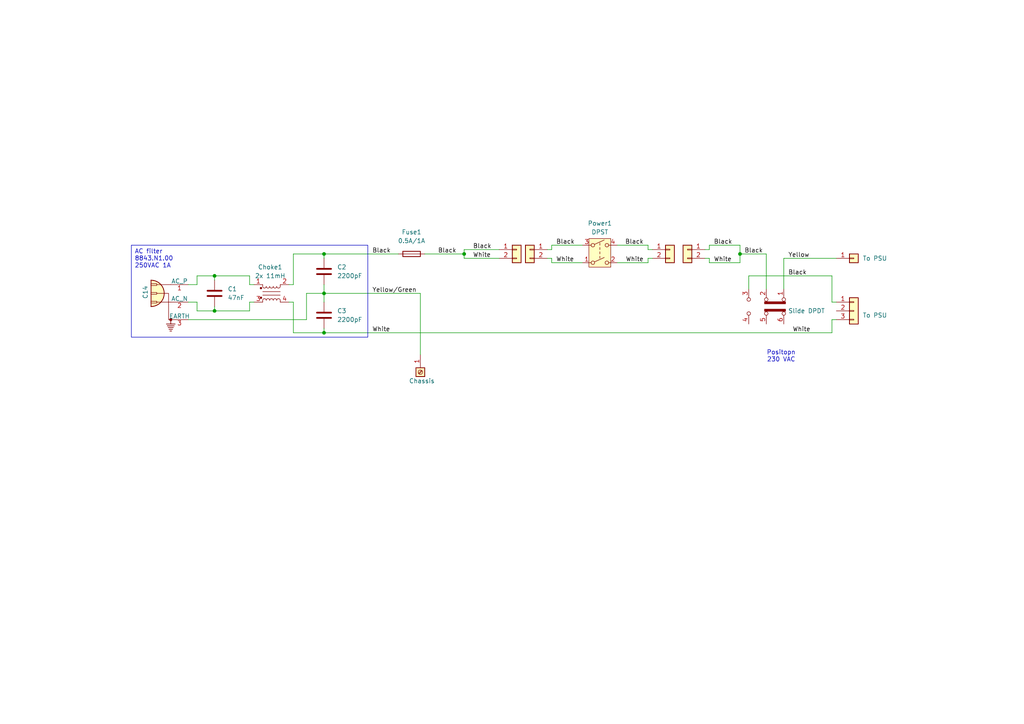
<source format=kicad_sch>
(kicad_sch (version 20231120) (generator "eeschema") (generator_version "8.0")
  (paper "A4")
  (title_block (company "JDat aka YL3AKC"))
  (lib_symbols
    (symbol "Connector:Conn_WallSocket_Earth" (pin_names (offset 0))
      (property "Reference" "J" (at 3.81 6.985 0))
      (property "Value" "Conn_WallSocket_Earth" (at 7.62 2.54 90))
      (symbol "Conn_WallSocket_Earth_0_1"
        (circle (center 0 -5.08) (radius 0.3556) (fill (type outline)))
        (polyline (pts (xy -1.27 -6.35) (xy 1.27 -6.35)) (stroke (width 0.2032)))
        (polyline (pts (xy 0 -5.08) (xy 0 -6.35)) (stroke (width 0.2032)))
        (polyline (pts (xy 0.254 -8.382) (xy -0.254 -8.382)) (stroke (width 0.2032)))
        (polyline (pts (xy 0.508 -7.874) (xy -0.508 -7.874)) (stroke (width 0.2032)))
        (polyline (pts (xy 0.762 -7.366) (xy -0.762 -7.366)) (stroke (width 0.2032)))
        (polyline (pts (xy 1.016 -6.858) (xy -1.016 -6.858)) (stroke (width 0.2032)))
        (polyline (pts (xy 4.064 0) (xy 0 0)))
        (polyline (pts (xy 4.064 5.08) (xy 0 5.08)))
        (polyline (pts (xy 5.715 -1.27) (xy 5.715 6.35)) (stroke (width 0.254)))
        (polyline (pts (xy 0 -5.08) (xy 0.635 -5.08) (xy 0.635 2.54) (xy 4.064 2.54)))
        (rectangle (start 5.715 -0.254) (end 4.064 0.254))
        (rectangle (start 5.715 2.286) (end 4.064 2.794))
        (rectangle (start 5.715 4.826) (end 4.064 5.334))
        (arc (start 5.715 6.35) (mid 1.9216 2.54) (end 5.715 -1.27) (stroke (width 0.254)) (fill (type background)))
      )
      (symbol "Conn_WallSocket_Earth_1_1"
        (pin power_in line (at -5.08 5.08 0) (length 5.08) (name "AC_P") (number "1"))
        (pin power_in line (at -5.08 0 0) (length 5.08) (name "AC_N") (number "2"))
        (pin passive line (at -5.08 -5.08 0) (length 5.08) (name "EARTH") (number "3"))
      )
    )
    (symbol "Connector:Screw_Terminal_01x01" (pin_names (offset 1.016) hide)
      (property "Reference" "J" (at 0 2.54 0))
      (property "Value" "Screw_Terminal_01x01" (at 0 -2.54 0))
      (symbol "Screw_Terminal_01x01_1_1"
        (rectangle (start -1.27 1.27) (end 1.27 -1.27) (stroke (width 0.254)) (fill (type background)))
        (polyline (pts (xy -0.5334 0.3302) (xy 0.3302 -0.508)) (stroke (width 0.1524)))
        (polyline (pts (xy -0.3556 0.508) (xy 0.508 -0.3302)) (stroke (width 0.1524)))
        (circle (center 0 0) (radius 0.635) (stroke (width 0.1524)))
        (pin passive line (at -5.08 0 0) (length 3.81) (name "Pin_1") (number "1"))
      )
    )
    (symbol "Connector_Generic:Conn_01x01" (pin_names (offset 1.016) hide)
      (property "Reference" "J" (at 0 2.54 0))
      (property "Value" "Conn_01x01" (at 0 -2.54 0))
      (symbol "Conn_01x01_1_1"
        (rectangle (start -1.27 0.127) (end 0 -0.127) (stroke (width 0.1524)))
        (rectangle (start -1.27 1.27) (end 1.27 -1.27) (stroke (width 0.254)) (fill (type background)))
        (pin passive line (at -5.08 0 0) (length 3.81) (name "Pin_1") (number "1"))
      )
    )
    (symbol "Connector_Generic:Conn_01x02" (pin_names (offset 1.016) hide)
      (property "Reference" "J" (at 0 2.54 0))
      (property "Value" "Conn_01x02" (at 0 -5.08 0))
      (symbol "Conn_01x02_1_1"
        (rectangle (start -1.27 -2.413) (end 0 -2.667) (stroke (width 0.1524)))
        (rectangle (start -1.27 0.127) (end 0 -0.127) (stroke (width 0.1524)))
        (rectangle (start -1.27 1.27) (end 1.27 -3.81) (stroke (width 0.254)) (fill (type background)))
        (pin passive line (at -5.08 0 0) (length 3.81) (name "Pin_1") (number "1"))
        (pin passive line (at -5.08 -2.54 0) (length 3.81) (name "Pin_2") (number "2"))
      )
    )
    (symbol "Connector_Generic:Conn_01x03" (pin_names (offset 1.016) hide)
      (property "Reference" "J" (at 0 5.08 0))
      (property "Value" "Conn_01x03" (at 0 -5.08 0))
      (symbol "Conn_01x03_1_1"
        (rectangle (start -1.27 -2.413) (end 0 -2.667) (stroke (width 0.1524)))
        (rectangle (start -1.27 0.127) (end 0 -0.127) (stroke (width 0.1524)))
        (rectangle (start -1.27 2.667) (end 0 2.413) (stroke (width 0.1524)))
        (rectangle (start -1.27 3.81) (end 1.27 -3.81) (stroke (width 0.254)) (fill (type background)))
        (pin passive line (at -5.08 2.54 0) (length 3.81) (name "Pin_1") (number "1"))
        (pin passive line (at -5.08 0 0) (length 3.81) (name "Pin_2") (number "2"))
        (pin passive line (at -5.08 -2.54 0) (length 3.81) (name "Pin_3") (number "3"))
      )
    )
    (symbol "Device:C" (pin_numbers hide) (pin_names (offset 0.254))
      (property "Reference" "C" (at 0.635 2.54 0))
      (property "Value" "C" (at 0.635 -2.54 0))
      (symbol "C_0_1"
        (polyline (pts (xy -2.032 -0.762) (xy 2.032 -0.762)) (stroke (width 0.508)))
        (polyline (pts (xy -2.032 0.762) (xy 2.032 0.762)) (stroke (width 0.508)))
      )
      (symbol "C_1_1"
        (pin passive line (at 0 3.81 270) (length 2.794) (name "~") (number "1"))
        (pin passive line (at 0 -3.81 90) (length 2.794) (name "~") (number "2"))
      )
    )
    (symbol "Device:Fuse" (pin_numbers hide) (pin_names (offset 0))
      (property "Reference" "F" (at 2.032 0 90))
      (property "Value" "Fuse" (at -1.905 0 90))
      (symbol "Fuse_0_1"
        (rectangle (start -0.762 -2.54) (end 0.762 2.54) (stroke (width 0.254)))
        (polyline (pts (xy 0 2.54) (xy 0 -2.54)))
      )
      (symbol "Fuse_1_1"
        (pin passive line (at 0 3.81 270) (length 1.27) (name "~") (number "1"))
        (pin passive line (at 0 -3.81 90) (length 1.27) (name "~") (number "2"))
      )
    )
    (symbol "Filter:Choke_Schaffner_RN102-0.3-02-12M" (pin_names hide)
      (property "Reference" "FL" (at 0 5.08 0))
      (property "Value" "Choke_Schaffner_RN102-0.3-02-12M" (at 0 -5.08 0))
      (symbol "Choke_Schaffner_RN102-0.3-02-12M_1_1"
        (circle (center -3.048 -1.27) (radius 0.254) (fill (type outline)))
        (circle (center -3.048 1.524) (radius 0.254) (fill (type outline)))
        (arc (start -2.54 2.032) (mid -2.032 1.5262) (end -1.524 2.032))
        (arc (start -1.524 -2.032) (mid -2.032 -1.5262) (end -2.54 -2.032))
        (arc (start -1.524 2.032) (mid -1.016 1.5262) (end -0.508 2.032))
        (arc (start -0.508 -2.032) (mid -1.016 -1.5262) (end -1.524 -2.032))
        (arc (start -0.508 2.032) (mid 0 1.5262) (end 0.508 2.032))
        (polyline (pts (xy -2.54 -2.032) (xy -2.54 -2.54)))
        (polyline (pts (xy -2.54 0.508) (xy 2.54 0.508)))
        (polyline (pts (xy -2.54 2.032) (xy -2.54 2.54)))
        (polyline (pts (xy 2.54 -2.032) (xy 2.54 -2.54)))
        (polyline (pts (xy 2.54 -0.508) (xy -2.54 -0.508)))
        (polyline (pts (xy 2.54 2.54) (xy 2.54 2.032)))
        (arc (start 0.508 -2.032) (mid 0 -1.5262) (end -0.508 -2.032))
        (arc (start 0.508 2.032) (mid 1.016 1.5262) (end 1.524 2.032))
        (arc (start 1.524 -2.032) (mid 1.016 -1.5262) (end 0.508 -2.032))
        (arc (start 1.524 2.032) (mid 2.032 1.5262) (end 2.54 2.032))
        (arc (start 2.54 -2.032) (mid 2.032 -1.5262) (end 1.524 -2.032))
        (pin passive line (at -5.08 2.54 0) (length 2.54) (name "1") (number "1"))
        (pin passive line (at 5.08 2.54 180) (length 2.54) (name "2") (number "2"))
        (pin passive line (at -5.08 -2.54 0) (length 2.54) (name "3") (number "3"))
        (pin passive line (at 5.08 -2.54 180) (length 2.54) (name "4") (number "4"))
      )
    )
    (symbol "Switch:SW_DPST" (pin_names (offset 0) hide)
      (property "Reference" "SW" (at 0 6.35 0))
      (property "Value" "SW_DPST" (at 0 -5.08 0))
      (symbol "SW_DPST_0_0"
        (circle (center -2.032 -2.54) (radius 0.508))
        (circle (center -2.032 2.54) (radius 0.508))
        (polyline (pts (xy -1.524 -2.286) (xy 1.27 -1.016)))
        (polyline (pts (xy -1.524 2.794) (xy 1.27 4.064)))
        (polyline (pts (xy 0 -1.27) (xy 0 -0.635)))
        (polyline (pts (xy 0 0) (xy 0 0.635)))
        (polyline (pts (xy 0 1.27) (xy 0 1.905)))
        (polyline (pts (xy 0 2.54) (xy 0 3.175)))
        (circle (center 2.032 -2.54) (radius 0.508))
        (circle (center 2.032 2.54) (radius 0.508))
      )
      (symbol "SW_DPST_1_1"
        (rectangle (start -3.175 4.445) (end 3.175 -3.81) (fill (type background)))
        (pin passive line (at -5.08 -2.54 0) (length 2.54) (name "1") (number "1"))
        (pin passive line (at 5.08 -2.54 180) (length 2.54) (name "2") (number "2"))
        (pin passive line (at -5.08 2.54 0) (length 2.54) (name "3") (number "3"))
        (pin passive line (at 5.08 2.54 180) (length 2.54) (name "4") (number "4"))
      )
    )
    (symbol "Switch:SW_Slide_DPDT" (pin_names (offset 0) hide)
      (property "Reference" "SW" (at 0 6.858 0))
      (property "Value" "SW_Slide_DPDT" (at 0 -8.128 0))
      (symbol "SW_Slide_DPDT_0_0"
        (circle (center -2.032 -5.08) (radius 0.508))
        (circle (center -2.032 5.08) (radius 0.508))
        (circle (center 2.032 -5.08) (radius 0.508))
        (circle (center 2.032 0) (radius 0.508))
      )
      (symbol "SW_Slide_DPDT_0_1"
        (circle (center -2.032 0) (radius 0.508))
        (circle (center 2.032 5.08) (radius 0.508))
      )
      (symbol "SW_Slide_DPDT_1_1"
        (rectangle (start -1.397 5.588) (end -0.762 -0.508) (fill (type outline)))
        (rectangle (start 0.762 5.588) (end 1.397 -0.508) (fill (type outline)))
        (pin passive line (at -5.08 5.08 0) (length 2.54) (name "A") (number "1"))
        (pin passive line (at -5.08 0 0) (length 2.54) (name "B") (number "2"))
        (pin passive line (at -5.08 -5.08 0) (length 2.54) (name "C") (number "3"))
        (pin passive line (at 5.08 -5.08 180) (length 2.54) (name "A") (number "4"))
        (pin passive line (at 5.08 0 180) (length 2.54) (name "B") (number "5"))
        (pin passive line (at 5.08 5.08 180) (length 2.54) (name "C") (number "6"))
      )
    )
  )
  (junction (at 62.23 80.01))
  (junction (at 62.23 90.17))
  (junction (at 214.63 73.66))
  (junction (at 93.98 96.52))
  (junction (at 134.62 73.66))
  (junction (at 93.98 73.66))
  (junction (at 93.98 85.09))
  (wire (pts (xy 123.19 73.66) (xy 134.62 73.66)))
  (wire (pts (xy 205.74 71.12) (xy 214.63 71.12)))
  (wire (pts (xy 158.75 74.93) (xy 160.02 74.93)))
  (wire (pts (xy 88.9 85.09) (xy 93.98 85.09)))
  (wire (pts (xy 204.47 72.39) (xy 205.74 72.39)))
  (wire (pts (xy 187.96 74.93) (xy 187.96 76.2)))
  (wire (pts (xy 134.62 74.93) (xy 134.62 73.66)))
  (wire (pts (xy 57.15 90.17) (xy 62.23 90.17)))
  (wire (pts (xy 62.23 90.17) (xy 62.23 88.9)))
  (wire (pts (xy 57.15 82.55) (xy 57.15 80.01)))
  (wire (pts (xy 187.96 76.2) (xy 179.07 76.2)))
  (wire (pts (xy 72.39 90.17) (xy 62.23 90.17)))
  (wire (pts (xy 72.39 82.55) (xy 72.39 80.01)))
  (wire (pts (xy 62.23 80.01) (xy 62.23 81.28)))
  (wire (pts (xy 144.78 74.93) (xy 134.62 74.93)))
  (wire (pts (xy 57.15 80.01) (xy 62.23 80.01)))
  (wire (pts (xy 204.47 74.93) (xy 205.74 74.93)))
  (wire (pts (xy 85.09 73.66) (xy 93.98 73.66)))
  (wire (pts (xy 72.39 87.63) (xy 72.39 90.17)))
  (wire (pts (xy 83.82 82.55) (xy 85.09 82.55)))
  (wire (pts (xy 205.74 76.2) (xy 214.63 76.2)))
  (wire (pts (xy 88.9 92.71) (xy 88.9 85.09)))
  (wire (pts (xy 227.33 83.82) (xy 227.33 74.93)))
  (wire (pts (xy 217.17 83.82) (xy 217.17 80.01)))
  (wire (pts (xy 85.09 87.63) (xy 83.82 87.63)))
  (wire (pts (xy 158.75 72.39) (xy 160.02 72.39)))
  (wire (pts (xy 189.23 72.39) (xy 187.96 72.39)))
  (wire (pts (xy 54.61 82.55) (xy 57.15 82.55)))
  (wire (pts (xy 241.3 96.52) (xy 241.3 92.71)))
  (wire (pts (xy 72.39 80.01) (xy 62.23 80.01)))
  (wire (pts (xy 217.17 80.01) (xy 241.3 80.01)))
  (wire (pts (xy 54.61 87.63) (xy 57.15 87.63)))
  (wire (pts (xy 93.98 96.52) (xy 241.3 96.52)))
  (wire (pts (xy 85.09 96.52) (xy 85.09 87.63)))
  (wire (pts (xy 134.62 72.39) (xy 144.78 72.39)))
  (wire (pts (xy 214.63 73.66) (xy 214.63 76.2)))
  (wire (pts (xy 93.98 73.66) (xy 115.57 73.66)))
  (wire (pts (xy 227.33 74.93) (xy 242.57 74.93)))
  (wire (pts (xy 54.61 92.71) (xy 88.9 92.71)))
  (wire (pts (xy 93.98 95.25) (xy 93.98 96.52)))
  (wire (pts (xy 222.25 73.66) (xy 214.63 73.66)))
  (wire (pts (xy 187.96 71.12) (xy 179.07 71.12)))
  (wire (pts (xy 93.98 85.09) (xy 121.92 85.09)))
  (wire (pts (xy 214.63 71.12) (xy 214.63 73.66)))
  (wire (pts (xy 222.25 83.82) (xy 222.25 73.66)))
  (wire (pts (xy 241.3 92.71) (xy 242.57 92.71)))
  (wire (pts (xy 160.02 74.93) (xy 160.02 76.2)))
  (wire (pts (xy 93.98 82.55) (xy 93.98 85.09)))
  (wire (pts (xy 160.02 71.12) (xy 168.91 71.12)))
  (wire (pts (xy 85.09 82.55) (xy 85.09 73.66)))
  (wire (pts (xy 187.96 72.39) (xy 187.96 71.12)))
  (wire (pts (xy 73.66 87.63) (xy 72.39 87.63)))
  (wire (pts (xy 93.98 96.52) (xy 85.09 96.52)))
  (wire (pts (xy 121.92 102.87) (xy 121.92 85.09)))
  (wire (pts (xy 189.23 74.93) (xy 187.96 74.93)))
  (wire (pts (xy 57.15 87.63) (xy 57.15 90.17)))
  (wire (pts (xy 241.3 87.63) (xy 242.57 87.63)))
  (wire (pts (xy 205.74 74.93) (xy 205.74 76.2)))
  (wire (pts (xy 205.74 72.39) (xy 205.74 71.12)))
  (wire (pts (xy 160.02 76.2) (xy 168.91 76.2)))
  (wire (pts (xy 73.66 82.55) (xy 72.39 82.55)))
  (wire (pts (xy 93.98 73.66) (xy 93.98 74.93)))
  (wire (pts (xy 93.98 85.09) (xy 93.98 87.63)))
  (wire (pts (xy 160.02 72.39) (xy 160.02 71.12)))
  (wire (pts (xy 241.3 80.01) (xy 241.3 87.63)))
  (wire (pts (xy 134.62 73.66) (xy 134.62 72.39)))
  (text_box "AC filter\n8843.N1.00\n250VAC 1A" (at 38.1 71.12 0) (size 68.58 26.67) (effects (font (size 1.27 1.27)) (justify left top)))
  (text "Positopn\n230 VAC" (at 226.568 103.378 0) (effects (font (size 1.27 1.27))))
  (label "White" (at 107.95 96.52 0))
  (label "Yellow{slash}Green" (at 107.95 85.09 0))
  (label "White" (at 186.69 76.2 180))
  (label "White" (at 161.29 76.2 0))
  (label "Black" (at 137.16 72.39 0))
  (label "Yellow" (at 228.6 74.93 0))
  (label "Black" (at 228.6 80.01 0))
  (label "Black" (at 186.69 71.12 180))
  (label "White" (at 207.01 76.2 0))
  (label "Black" (at 207.01 71.12 0))
  (label "Black" (at 215.9 73.66 0))
  (label "White" (at 137.16 74.93 0))
  (label "White" (at 229.87 96.52 0))
  (label "Black" (at 127 73.66 0))
  (label "Black" (at 107.95 73.66 0))
  (label "Black" (at 161.29 71.12 0))
  (symbol (lib_id "Device:C") (at 93.98 78.74 0) (unit 1)
    (property "Reference" "C2" (at 97.79 77.4699 0) (effects (justify left)))
    (property "Value" "2200pF" (at 97.79 80.0099 0) (effects (justify left)))
    (property "Description" "Unpolarized capacitor" (effects (hide yes)))
  )
  (symbol (lib_id "Device:Fuse") (at 119.38 73.66 270) (unit 1)
    (property "Reference" "Fuse1" (at 119.38 67.31 90))
    (property "Value" "0.5A/1A" (at 119.38 69.85 90))
    (property "Description" "Slow T fuse. 1A/110VAC; 0.5A/220VAC" (effects (hide yes)))
  )
  (symbol (lib_id "Switch:SW_DPST") (at 173.99 73.66 0) (unit 1)
    (property "Reference" "Power1" (at 173.99 64.77 0))
    (property "Value" "DPST" (at 173.99 67.31 0))
    (property "Description" "Double Pole Single Throw (DPST) Switch" (effects (hide yes)))
  )
  (symbol (lib_id "Connector_Generic:Conn_01x02") (at 153.67 72.39 0) (mirror y) (unit 1)
    (property "Reference" "J4" (effects (hide yes)))
    (property "Value" "Conn_01x02" (effects (hide yes)))
    (property "Description" "Generic connector, single row, 01x02, script generated (kicad-library-utils/schlib/autogen/connector/)" (effects (hide yes)))
  )
  (symbol (lib_id "Switch:SW_Slide_DPDT") (at 222.25 88.9 270) (unit 1)
    (property "Reference" "110/1" (effects (hide yes)))
    (property "Value" "Slide DPDT" (at 228.6 90.1699 90) (effects (justify left)))
    (property "Description" "Slide Switch, dual pole double throw" (effects (hide yes)))
  )
  (symbol (lib_id "Filter:Choke_Schaffner_RN102-0.3-02-12M") (at 78.74 85.09 0) (unit 1)
    (property "Reference" "Choke1" (at 78.359 77.47 0))
    (property "Value" "2x 11mH" (at 78.359 80.01 0))
    (property "Footprint" "Inductor_THT:Choke_Schaffner_RN102-04-14.0x14.0mm" (effects (hide yes)))
    (property "Description" "Common mode choke, 1A, 300VAC, 2x 11mH" (effects (hide yes)))
  )
  (symbol (lib_id "Connector_Generic:Conn_01x02") (at 149.86 72.39 0) (unit 1)
    (property "Reference" "J3" (effects (hide yes)))
    (property "Value" "Conn_01x02" (effects (hide yes)))
    (property "Description" "Generic connector, single row, 01x02, script generated (kicad-library-utils/schlib/autogen/connector/)" (effects (hide yes)))
  )
  (symbol (lib_id "Connector:Screw_Terminal_01x01") (at 121.92 107.95 270) (unit 1)
    (property "Reference" "J2" (effects (hide yes)))
    (property "Value" "Chassis" (at 118.618 110.49 90) (effects (justify left)))
    (property "Description" "Generic screw terminal, single row, 01x01, script generated (kicad-library-utils/schlib/autogen/connector/)" (effects (hide yes)))
  )
  (symbol (lib_id "Connector_Generic:Conn_01x02") (at 199.39 72.39 0) (mirror y) (unit 1)
    (property "Reference" "J6" (effects (hide yes)))
    (property "Value" "Conn_01x02" (effects (hide yes)))
    (property "Description" "Generic connector, single row, 01x02, script generated (kicad-library-utils/schlib/autogen/connector/)" (effects (hide yes)))
  )
  (symbol (lib_id "Device:C") (at 93.98 91.44 0) (unit 1)
    (property "Reference" "C3" (at 97.79 90.1699 0) (effects (justify left)))
    (property "Value" "2200pF" (at 97.79 92.7099 0) (effects (justify left)))
    (property "Description" "Unpolarized capacitor" (effects (hide yes)))
  )
  (symbol (lib_id "Connector_Generic:Conn_01x02") (at 194.31 72.39 0) (unit 1)
    (property "Reference" "J5" (effects (hide yes)))
    (property "Value" "Conn_01x02" (effects (hide yes)))
    (property "Description" "Generic connector, single row, 01x02, script generated (kicad-library-utils/schlib/autogen/connector/)" (effects (hide yes)))
  )
  (symbol (lib_id "Connector_Generic:Conn_01x01") (at 247.65 74.93 0) (unit 1)
    (property "Reference" "J7" (effects (hide yes)))
    (property "Value" "To PSU" (at 250.19 74.9299 0) (effects (justify left)))
    (property "Description" "Generic connector, single row, 01x01, script generated (kicad-library-utils/schlib/autogen/connector/)" (effects (hide yes)))
  )
  (symbol (lib_id "Connector:Conn_WallSocket_Earth") (at 49.53 87.63 0) (mirror y) (unit 1)
    (property "Reference" "J1" (effects (hide yes)))
    (property "Value" "C14" (at 42.164 82.804 90) (effects (justify right)))
    (property "Description" "60320 C14 (110VAC, 220VAC)" (effects (hide yes)))
  )
  (symbol (lib_id "Connector_Generic:Conn_01x03") (at 247.65 90.17 0) (unit 1)
    (property "Reference" "J8" (effects (hide yes)))
    (property "Value" "To PSU" (at 250.19 91.4399 0) (effects (justify left)))
    (property "Footprint" "Connector_JST:JST_VH_B3P-VH-B_1x03_P3.96mm_Vertical" (effects (hide yes)))
    (property "Description" "Generic connector, single row, 01x03, script generated (kicad-library-utils/schlib/autogen/connector/)" (effects (hide yes)))
  )
  (symbol (lib_id "Device:C") (at 62.23 85.09 0) (unit 1)
    (property "Reference" "C1" (at 66.04 83.8199 0) (effects (justify left)))
    (property "Value" "47nF" (at 66.04 86.3599 0) (effects (justify left)))
    (property "Description" "Unpolarized capacitor" (effects (hide yes)))
  )
)
</source>
